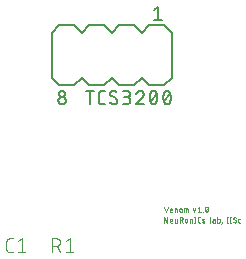
<source format=gbr>
G04 EAGLE Gerber X2 export*
%TF.Part,Single*%
%TF.FileFunction,Legend,Top,1*%
%TF.FilePolarity,Positive*%
%TF.GenerationSoftware,Autodesk,EAGLE,9.1.2*%
%TF.CreationDate,2020-01-29T09:53:54Z*%
G75*
%MOMM*%
%FSLAX34Y34*%
%LPD*%
%AMOC8*
5,1,8,0,0,1.08239X$1,22.5*%
G01*
%ADD10C,0.050800*%
%ADD11C,0.101600*%
%ADD12C,0.152400*%
%ADD13C,0.127000*%


D10*
X175514Y82216D02*
X177011Y77724D01*
X178509Y82216D01*
X180962Y77724D02*
X182210Y77724D01*
X180962Y77724D02*
X180909Y77726D01*
X180855Y77732D01*
X180803Y77741D01*
X180751Y77754D01*
X180700Y77771D01*
X180651Y77792D01*
X180603Y77816D01*
X180557Y77843D01*
X180513Y77873D01*
X180472Y77907D01*
X180432Y77943D01*
X180396Y77983D01*
X180362Y78024D01*
X180332Y78068D01*
X180305Y78114D01*
X180281Y78162D01*
X180260Y78211D01*
X180243Y78262D01*
X180230Y78314D01*
X180221Y78366D01*
X180215Y78420D01*
X180213Y78473D01*
X180213Y79720D01*
X180215Y79781D01*
X180221Y79843D01*
X180230Y79903D01*
X180243Y79963D01*
X180260Y80023D01*
X180280Y80081D01*
X180304Y80137D01*
X180332Y80192D01*
X180362Y80245D01*
X180396Y80297D01*
X180433Y80346D01*
X180473Y80392D01*
X180516Y80436D01*
X180562Y80478D01*
X180610Y80516D01*
X180660Y80552D01*
X180712Y80584D01*
X180766Y80613D01*
X180822Y80639D01*
X180879Y80661D01*
X180938Y80680D01*
X180997Y80695D01*
X181058Y80706D01*
X181119Y80714D01*
X181180Y80718D01*
X181242Y80718D01*
X181303Y80714D01*
X181364Y80706D01*
X181425Y80695D01*
X181484Y80680D01*
X181543Y80661D01*
X181600Y80639D01*
X181656Y80613D01*
X181710Y80584D01*
X181762Y80552D01*
X181812Y80516D01*
X181860Y80478D01*
X181906Y80436D01*
X181949Y80392D01*
X181989Y80346D01*
X182026Y80297D01*
X182060Y80245D01*
X182090Y80192D01*
X182118Y80137D01*
X182142Y80081D01*
X182162Y80023D01*
X182179Y79963D01*
X182192Y79903D01*
X182201Y79843D01*
X182207Y79781D01*
X182209Y79720D01*
X182210Y79720D02*
X182210Y79221D01*
X180213Y79221D01*
X184263Y77724D02*
X184263Y80719D01*
X185511Y80719D01*
X185564Y80717D01*
X185618Y80711D01*
X185670Y80702D01*
X185722Y80689D01*
X185773Y80672D01*
X185822Y80651D01*
X185870Y80627D01*
X185916Y80600D01*
X185960Y80570D01*
X186001Y80536D01*
X186041Y80500D01*
X186077Y80461D01*
X186111Y80419D01*
X186141Y80375D01*
X186168Y80329D01*
X186192Y80281D01*
X186213Y80232D01*
X186230Y80181D01*
X186243Y80129D01*
X186252Y80077D01*
X186258Y80023D01*
X186260Y79970D01*
X186260Y77724D01*
X188313Y78722D02*
X188313Y79720D01*
X188315Y79781D01*
X188321Y79843D01*
X188330Y79903D01*
X188343Y79963D01*
X188360Y80023D01*
X188380Y80081D01*
X188404Y80137D01*
X188432Y80192D01*
X188462Y80245D01*
X188496Y80297D01*
X188533Y80346D01*
X188573Y80392D01*
X188616Y80436D01*
X188662Y80478D01*
X188710Y80516D01*
X188760Y80552D01*
X188812Y80584D01*
X188866Y80613D01*
X188922Y80639D01*
X188979Y80661D01*
X189038Y80680D01*
X189097Y80695D01*
X189158Y80706D01*
X189219Y80714D01*
X189280Y80718D01*
X189342Y80718D01*
X189403Y80714D01*
X189464Y80706D01*
X189525Y80695D01*
X189584Y80680D01*
X189643Y80661D01*
X189700Y80639D01*
X189756Y80613D01*
X189810Y80584D01*
X189862Y80552D01*
X189912Y80516D01*
X189960Y80478D01*
X190006Y80436D01*
X190049Y80392D01*
X190089Y80346D01*
X190126Y80297D01*
X190160Y80245D01*
X190190Y80192D01*
X190218Y80137D01*
X190242Y80081D01*
X190262Y80023D01*
X190279Y79963D01*
X190292Y79903D01*
X190301Y79843D01*
X190307Y79781D01*
X190309Y79720D01*
X190310Y79720D02*
X190310Y78722D01*
X190309Y78722D02*
X190307Y78661D01*
X190301Y78599D01*
X190292Y78539D01*
X190279Y78479D01*
X190262Y78419D01*
X190242Y78361D01*
X190218Y78305D01*
X190190Y78250D01*
X190160Y78197D01*
X190126Y78145D01*
X190089Y78096D01*
X190049Y78050D01*
X190006Y78006D01*
X189960Y77964D01*
X189912Y77926D01*
X189862Y77890D01*
X189810Y77858D01*
X189756Y77829D01*
X189700Y77803D01*
X189643Y77781D01*
X189584Y77762D01*
X189525Y77747D01*
X189464Y77736D01*
X189403Y77728D01*
X189342Y77724D01*
X189280Y77724D01*
X189219Y77728D01*
X189158Y77736D01*
X189097Y77747D01*
X189038Y77762D01*
X188979Y77781D01*
X188922Y77803D01*
X188866Y77829D01*
X188812Y77858D01*
X188760Y77890D01*
X188710Y77926D01*
X188662Y77964D01*
X188616Y78006D01*
X188573Y78050D01*
X188533Y78096D01*
X188496Y78145D01*
X188462Y78197D01*
X188432Y78250D01*
X188404Y78305D01*
X188380Y78361D01*
X188360Y78419D01*
X188343Y78479D01*
X188330Y78539D01*
X188321Y78599D01*
X188315Y78661D01*
X188313Y78722D01*
X192464Y77724D02*
X192464Y80719D01*
X194710Y80719D01*
X194763Y80717D01*
X194817Y80711D01*
X194869Y80702D01*
X194921Y80689D01*
X194972Y80672D01*
X195021Y80651D01*
X195069Y80627D01*
X195115Y80600D01*
X195159Y80570D01*
X195200Y80536D01*
X195240Y80500D01*
X195276Y80460D01*
X195310Y80419D01*
X195340Y80375D01*
X195367Y80329D01*
X195391Y80281D01*
X195412Y80232D01*
X195429Y80181D01*
X195442Y80129D01*
X195451Y80077D01*
X195457Y80023D01*
X195459Y79970D01*
X195459Y77724D01*
X193961Y77724D02*
X193961Y80719D01*
X199863Y80719D02*
X200861Y77724D01*
X201860Y80719D01*
X203664Y81218D02*
X204911Y82216D01*
X204911Y77724D01*
X203664Y77724D02*
X206159Y77724D01*
X207936Y77724D02*
X207936Y77974D01*
X208186Y77974D01*
X208186Y77724D01*
X207936Y77724D01*
X209963Y79970D02*
X209965Y80090D01*
X209971Y80210D01*
X209980Y80329D01*
X209994Y80448D01*
X210011Y80567D01*
X210033Y80685D01*
X210058Y80802D01*
X210087Y80919D01*
X210119Y81034D01*
X210156Y81149D01*
X210196Y81262D01*
X210239Y81373D01*
X210287Y81484D01*
X210337Y81592D01*
X210338Y81592D02*
X210359Y81649D01*
X210384Y81703D01*
X210413Y81757D01*
X210445Y81808D01*
X210480Y81857D01*
X210518Y81903D01*
X210560Y81947D01*
X210604Y81988D01*
X210650Y82026D01*
X210699Y82061D01*
X210751Y82093D01*
X210804Y82121D01*
X210859Y82146D01*
X210915Y82167D01*
X210973Y82185D01*
X211031Y82198D01*
X211091Y82208D01*
X211151Y82214D01*
X211211Y82216D01*
X211271Y82214D01*
X211331Y82208D01*
X211391Y82198D01*
X211449Y82185D01*
X211507Y82167D01*
X211563Y82146D01*
X211618Y82121D01*
X211671Y82093D01*
X211723Y82061D01*
X211772Y82026D01*
X211818Y81988D01*
X211862Y81947D01*
X211904Y81903D01*
X211942Y81857D01*
X211977Y81808D01*
X212009Y81757D01*
X212038Y81703D01*
X212063Y81649D01*
X212084Y81592D01*
X212085Y81592D02*
X212135Y81484D01*
X212183Y81373D01*
X212226Y81262D01*
X212266Y81149D01*
X212303Y81034D01*
X212335Y80919D01*
X212364Y80802D01*
X212389Y80685D01*
X212411Y80567D01*
X212428Y80448D01*
X212442Y80329D01*
X212451Y80210D01*
X212457Y80090D01*
X212459Y79970D01*
X209963Y79970D02*
X209965Y79850D01*
X209971Y79730D01*
X209980Y79611D01*
X209994Y79492D01*
X210011Y79373D01*
X210033Y79255D01*
X210058Y79138D01*
X210087Y79021D01*
X210119Y78906D01*
X210156Y78792D01*
X210196Y78678D01*
X210239Y78567D01*
X210287Y78457D01*
X210337Y78348D01*
X210338Y78348D02*
X210359Y78291D01*
X210384Y78237D01*
X210413Y78183D01*
X210445Y78132D01*
X210480Y78083D01*
X210518Y78037D01*
X210560Y77993D01*
X210604Y77952D01*
X210650Y77914D01*
X210699Y77879D01*
X210751Y77847D01*
X210804Y77819D01*
X210859Y77794D01*
X210915Y77773D01*
X210973Y77755D01*
X211031Y77742D01*
X211091Y77732D01*
X211151Y77726D01*
X211211Y77724D01*
X212085Y78348D02*
X212135Y78457D01*
X212183Y78567D01*
X212226Y78678D01*
X212266Y78792D01*
X212303Y78906D01*
X212335Y79021D01*
X212364Y79138D01*
X212389Y79255D01*
X212411Y79373D01*
X212428Y79492D01*
X212442Y79611D01*
X212451Y79730D01*
X212457Y79850D01*
X212459Y79970D01*
X212084Y78348D02*
X212063Y78291D01*
X212038Y78236D01*
X212009Y78183D01*
X211977Y78132D01*
X211942Y78083D01*
X211904Y78037D01*
X211862Y77993D01*
X211818Y77952D01*
X211772Y77914D01*
X211723Y77879D01*
X211671Y77847D01*
X211618Y77819D01*
X211563Y77794D01*
X211507Y77773D01*
X211449Y77755D01*
X211391Y77742D01*
X211331Y77732D01*
X211271Y77726D01*
X211211Y77724D01*
X210213Y78722D02*
X212209Y81218D01*
X175514Y73326D02*
X175514Y68834D01*
X178010Y68834D02*
X175514Y73326D01*
X178010Y73326D02*
X178010Y68834D01*
X180862Y68834D02*
X182110Y68834D01*
X180862Y68834D02*
X180809Y68836D01*
X180755Y68842D01*
X180703Y68851D01*
X180651Y68864D01*
X180600Y68881D01*
X180551Y68902D01*
X180503Y68926D01*
X180457Y68953D01*
X180413Y68983D01*
X180372Y69017D01*
X180332Y69053D01*
X180296Y69093D01*
X180262Y69134D01*
X180232Y69178D01*
X180205Y69224D01*
X180181Y69272D01*
X180160Y69321D01*
X180143Y69372D01*
X180130Y69424D01*
X180121Y69476D01*
X180115Y69530D01*
X180113Y69583D01*
X180114Y69583D02*
X180114Y70830D01*
X180116Y70891D01*
X180122Y70953D01*
X180131Y71013D01*
X180144Y71073D01*
X180161Y71133D01*
X180181Y71191D01*
X180205Y71247D01*
X180233Y71302D01*
X180263Y71355D01*
X180297Y71407D01*
X180334Y71456D01*
X180374Y71502D01*
X180417Y71546D01*
X180463Y71588D01*
X180511Y71626D01*
X180561Y71662D01*
X180613Y71694D01*
X180667Y71723D01*
X180723Y71749D01*
X180780Y71771D01*
X180839Y71790D01*
X180898Y71805D01*
X180959Y71816D01*
X181020Y71824D01*
X181081Y71828D01*
X181143Y71828D01*
X181204Y71824D01*
X181265Y71816D01*
X181326Y71805D01*
X181385Y71790D01*
X181444Y71771D01*
X181501Y71749D01*
X181557Y71723D01*
X181611Y71694D01*
X181663Y71662D01*
X181713Y71626D01*
X181761Y71588D01*
X181807Y71546D01*
X181850Y71502D01*
X181890Y71456D01*
X181927Y71407D01*
X181961Y71355D01*
X181991Y71302D01*
X182019Y71247D01*
X182043Y71191D01*
X182063Y71133D01*
X182080Y71073D01*
X182093Y71013D01*
X182102Y70953D01*
X182108Y70891D01*
X182110Y70830D01*
X182110Y70331D01*
X180114Y70331D01*
X184164Y69583D02*
X184164Y71829D01*
X184163Y69583D02*
X184165Y69530D01*
X184171Y69476D01*
X184180Y69424D01*
X184193Y69372D01*
X184210Y69321D01*
X184231Y69272D01*
X184255Y69224D01*
X184282Y69178D01*
X184312Y69134D01*
X184346Y69093D01*
X184382Y69053D01*
X184422Y69017D01*
X184463Y68983D01*
X184507Y68953D01*
X184553Y68926D01*
X184601Y68902D01*
X184650Y68881D01*
X184701Y68864D01*
X184753Y68851D01*
X184805Y68842D01*
X184859Y68836D01*
X184912Y68834D01*
X186160Y68834D01*
X186160Y71829D01*
X188447Y73326D02*
X188447Y68834D01*
X188447Y73326D02*
X189695Y73326D01*
X189764Y73324D01*
X189832Y73318D01*
X189900Y73309D01*
X189968Y73296D01*
X190035Y73279D01*
X190100Y73258D01*
X190165Y73234D01*
X190228Y73207D01*
X190289Y73176D01*
X190349Y73141D01*
X190406Y73104D01*
X190462Y73063D01*
X190515Y73019D01*
X190565Y72973D01*
X190613Y72923D01*
X190658Y72871D01*
X190701Y72817D01*
X190740Y72761D01*
X190776Y72702D01*
X190809Y72642D01*
X190838Y72579D01*
X190864Y72516D01*
X190886Y72451D01*
X190905Y72384D01*
X190920Y72317D01*
X190931Y72249D01*
X190939Y72181D01*
X190943Y72112D01*
X190943Y72044D01*
X190939Y71975D01*
X190931Y71907D01*
X190920Y71839D01*
X190905Y71772D01*
X190886Y71705D01*
X190864Y71640D01*
X190838Y71577D01*
X190809Y71514D01*
X190776Y71454D01*
X190740Y71395D01*
X190701Y71339D01*
X190658Y71285D01*
X190613Y71233D01*
X190565Y71183D01*
X190515Y71137D01*
X190462Y71093D01*
X190406Y71052D01*
X190349Y71015D01*
X190289Y70980D01*
X190228Y70949D01*
X190165Y70922D01*
X190100Y70898D01*
X190035Y70877D01*
X189968Y70860D01*
X189900Y70847D01*
X189832Y70838D01*
X189764Y70832D01*
X189695Y70830D01*
X188447Y70830D01*
X189944Y70830D02*
X190942Y68834D01*
X192864Y69832D02*
X192864Y70830D01*
X192866Y70891D01*
X192872Y70953D01*
X192881Y71013D01*
X192894Y71073D01*
X192911Y71133D01*
X192931Y71191D01*
X192955Y71247D01*
X192983Y71302D01*
X193013Y71355D01*
X193047Y71407D01*
X193084Y71456D01*
X193124Y71502D01*
X193167Y71546D01*
X193213Y71588D01*
X193261Y71626D01*
X193311Y71662D01*
X193363Y71694D01*
X193417Y71723D01*
X193473Y71749D01*
X193530Y71771D01*
X193589Y71790D01*
X193648Y71805D01*
X193709Y71816D01*
X193770Y71824D01*
X193831Y71828D01*
X193893Y71828D01*
X193954Y71824D01*
X194015Y71816D01*
X194076Y71805D01*
X194135Y71790D01*
X194194Y71771D01*
X194251Y71749D01*
X194307Y71723D01*
X194361Y71694D01*
X194413Y71662D01*
X194463Y71626D01*
X194511Y71588D01*
X194557Y71546D01*
X194600Y71502D01*
X194640Y71456D01*
X194677Y71407D01*
X194711Y71355D01*
X194741Y71302D01*
X194769Y71247D01*
X194793Y71191D01*
X194813Y71133D01*
X194830Y71073D01*
X194843Y71013D01*
X194852Y70953D01*
X194858Y70891D01*
X194860Y70830D01*
X194860Y69832D01*
X194858Y69771D01*
X194852Y69709D01*
X194843Y69649D01*
X194830Y69589D01*
X194813Y69529D01*
X194793Y69471D01*
X194769Y69415D01*
X194741Y69360D01*
X194711Y69307D01*
X194677Y69255D01*
X194640Y69206D01*
X194600Y69160D01*
X194557Y69116D01*
X194511Y69074D01*
X194463Y69036D01*
X194413Y69000D01*
X194361Y68968D01*
X194307Y68939D01*
X194251Y68913D01*
X194194Y68891D01*
X194135Y68872D01*
X194076Y68857D01*
X194015Y68846D01*
X193954Y68838D01*
X193893Y68834D01*
X193831Y68834D01*
X193770Y68838D01*
X193709Y68846D01*
X193648Y68857D01*
X193589Y68872D01*
X193530Y68891D01*
X193473Y68913D01*
X193417Y68939D01*
X193363Y68968D01*
X193311Y69000D01*
X193261Y69036D01*
X193213Y69074D01*
X193167Y69116D01*
X193124Y69160D01*
X193084Y69206D01*
X193047Y69255D01*
X193013Y69307D01*
X192983Y69360D01*
X192955Y69415D01*
X192931Y69471D01*
X192911Y69529D01*
X192894Y69589D01*
X192881Y69649D01*
X192872Y69709D01*
X192866Y69771D01*
X192864Y69832D01*
X196914Y68834D02*
X196914Y71829D01*
X198161Y71829D01*
X198214Y71827D01*
X198268Y71821D01*
X198320Y71812D01*
X198372Y71799D01*
X198423Y71782D01*
X198472Y71761D01*
X198520Y71737D01*
X198566Y71710D01*
X198610Y71680D01*
X198651Y71646D01*
X198691Y71610D01*
X198727Y71571D01*
X198761Y71529D01*
X198791Y71485D01*
X198818Y71439D01*
X198842Y71391D01*
X198863Y71342D01*
X198880Y71291D01*
X198893Y71239D01*
X198902Y71187D01*
X198908Y71133D01*
X198910Y71080D01*
X198910Y68834D01*
X201362Y68834D02*
X201362Y73326D01*
X200863Y68834D02*
X201861Y68834D01*
X201861Y73326D02*
X200863Y73326D01*
X204697Y68834D02*
X205696Y68834D01*
X204697Y68834D02*
X204637Y68836D01*
X204577Y68841D01*
X204517Y68850D01*
X204458Y68863D01*
X204400Y68879D01*
X204343Y68899D01*
X204287Y68922D01*
X204233Y68948D01*
X204181Y68978D01*
X204130Y69011D01*
X204082Y69046D01*
X204035Y69085D01*
X203991Y69126D01*
X203950Y69170D01*
X203911Y69217D01*
X203876Y69265D01*
X203843Y69316D01*
X203813Y69368D01*
X203787Y69422D01*
X203764Y69478D01*
X203744Y69535D01*
X203728Y69593D01*
X203715Y69652D01*
X203706Y69712D01*
X203701Y69772D01*
X203699Y69832D01*
X203699Y72328D01*
X203701Y72391D01*
X203707Y72453D01*
X203717Y72515D01*
X203730Y72576D01*
X203748Y72636D01*
X203769Y72695D01*
X203794Y72753D01*
X203822Y72809D01*
X203854Y72863D01*
X203890Y72915D01*
X203928Y72964D01*
X203969Y73011D01*
X204014Y73055D01*
X204061Y73097D01*
X204110Y73135D01*
X204162Y73171D01*
X204216Y73203D01*
X204272Y73231D01*
X204330Y73256D01*
X204389Y73277D01*
X204449Y73295D01*
X204510Y73308D01*
X204572Y73318D01*
X204634Y73324D01*
X204697Y73326D01*
X205696Y73326D01*
X207788Y70581D02*
X209036Y70082D01*
X207788Y70581D02*
X207742Y70602D01*
X207698Y70625D01*
X207656Y70652D01*
X207617Y70683D01*
X207579Y70716D01*
X207545Y70752D01*
X207513Y70790D01*
X207485Y70831D01*
X207459Y70874D01*
X207437Y70919D01*
X207419Y70965D01*
X207404Y71012D01*
X207392Y71061D01*
X207385Y71110D01*
X207381Y71160D01*
X207382Y71210D01*
X207386Y71260D01*
X207394Y71309D01*
X207405Y71357D01*
X207421Y71405D01*
X207440Y71451D01*
X207462Y71495D01*
X207488Y71538D01*
X207517Y71579D01*
X207549Y71617D01*
X207584Y71652D01*
X207621Y71685D01*
X207661Y71715D01*
X207704Y71742D01*
X207748Y71765D01*
X207793Y71785D01*
X207840Y71801D01*
X207889Y71814D01*
X207938Y71823D01*
X207987Y71828D01*
X208037Y71829D01*
X208143Y71825D01*
X208248Y71818D01*
X208352Y71807D01*
X208457Y71791D01*
X208560Y71772D01*
X208663Y71750D01*
X208765Y71723D01*
X208866Y71693D01*
X208965Y71658D01*
X209064Y71621D01*
X209160Y71579D01*
X209035Y70082D02*
X209081Y70061D01*
X209125Y70038D01*
X209167Y70011D01*
X209206Y69980D01*
X209244Y69947D01*
X209278Y69911D01*
X209310Y69873D01*
X209338Y69832D01*
X209364Y69789D01*
X209386Y69744D01*
X209404Y69698D01*
X209419Y69651D01*
X209431Y69602D01*
X209438Y69553D01*
X209442Y69503D01*
X209441Y69453D01*
X209437Y69403D01*
X209429Y69354D01*
X209418Y69306D01*
X209402Y69258D01*
X209383Y69212D01*
X209361Y69168D01*
X209335Y69125D01*
X209306Y69084D01*
X209274Y69046D01*
X209239Y69011D01*
X209202Y68978D01*
X209162Y68948D01*
X209119Y68921D01*
X209075Y68898D01*
X209030Y68878D01*
X208983Y68862D01*
X208934Y68849D01*
X208885Y68840D01*
X208836Y68835D01*
X208786Y68834D01*
X208785Y68834D02*
X208658Y68838D01*
X208531Y68846D01*
X208404Y68857D01*
X208278Y68872D01*
X208152Y68891D01*
X208026Y68914D01*
X207902Y68941D01*
X207778Y68971D01*
X207655Y69005D01*
X207533Y69043D01*
X207413Y69084D01*
X213760Y69583D02*
X213760Y73326D01*
X213760Y69583D02*
X213762Y69530D01*
X213768Y69476D01*
X213777Y69424D01*
X213790Y69372D01*
X213807Y69321D01*
X213828Y69272D01*
X213852Y69224D01*
X213879Y69178D01*
X213909Y69134D01*
X213943Y69093D01*
X213979Y69053D01*
X214019Y69017D01*
X214060Y68983D01*
X214104Y68953D01*
X214150Y68926D01*
X214198Y68902D01*
X214247Y68881D01*
X214298Y68864D01*
X214350Y68851D01*
X214402Y68842D01*
X214456Y68836D01*
X214509Y68834D01*
X216961Y70581D02*
X218084Y70581D01*
X216961Y70580D02*
X216903Y70578D01*
X216845Y70572D01*
X216787Y70563D01*
X216730Y70549D01*
X216675Y70532D01*
X216620Y70511D01*
X216567Y70486D01*
X216516Y70458D01*
X216467Y70427D01*
X216420Y70392D01*
X216375Y70354D01*
X216333Y70314D01*
X216294Y70271D01*
X216258Y70225D01*
X216225Y70177D01*
X216195Y70127D01*
X216169Y70074D01*
X216146Y70021D01*
X216127Y69966D01*
X216112Y69909D01*
X216100Y69852D01*
X216092Y69794D01*
X216088Y69736D01*
X216088Y69678D01*
X216092Y69620D01*
X216100Y69562D01*
X216112Y69505D01*
X216127Y69448D01*
X216146Y69393D01*
X216169Y69340D01*
X216195Y69287D01*
X216225Y69237D01*
X216258Y69189D01*
X216294Y69143D01*
X216333Y69100D01*
X216375Y69060D01*
X216420Y69022D01*
X216467Y68987D01*
X216516Y68956D01*
X216567Y68928D01*
X216620Y68903D01*
X216675Y68882D01*
X216730Y68865D01*
X216787Y68851D01*
X216845Y68842D01*
X216903Y68836D01*
X216961Y68834D01*
X218084Y68834D01*
X218084Y71080D01*
X218082Y71133D01*
X218076Y71187D01*
X218067Y71239D01*
X218054Y71291D01*
X218037Y71342D01*
X218016Y71391D01*
X217992Y71439D01*
X217965Y71485D01*
X217935Y71529D01*
X217901Y71571D01*
X217865Y71610D01*
X217825Y71646D01*
X217784Y71680D01*
X217740Y71710D01*
X217694Y71737D01*
X217646Y71761D01*
X217597Y71782D01*
X217546Y71799D01*
X217494Y71812D01*
X217442Y71821D01*
X217388Y71827D01*
X217335Y71829D01*
X216337Y71829D01*
X220340Y73326D02*
X220340Y68834D01*
X221587Y68834D01*
X221640Y68836D01*
X221694Y68842D01*
X221746Y68851D01*
X221798Y68864D01*
X221849Y68881D01*
X221898Y68902D01*
X221946Y68926D01*
X221992Y68953D01*
X222036Y68983D01*
X222077Y69017D01*
X222117Y69053D01*
X222153Y69092D01*
X222187Y69134D01*
X222217Y69178D01*
X222244Y69224D01*
X222268Y69272D01*
X222289Y69321D01*
X222306Y69372D01*
X222319Y69424D01*
X222328Y69476D01*
X222334Y69530D01*
X222336Y69583D01*
X222336Y71080D01*
X222334Y71133D01*
X222328Y71187D01*
X222319Y71239D01*
X222306Y71291D01*
X222289Y71342D01*
X222268Y71391D01*
X222244Y71439D01*
X222217Y71485D01*
X222187Y71529D01*
X222153Y71571D01*
X222117Y71610D01*
X222077Y71646D01*
X222036Y71680D01*
X221992Y71710D01*
X221946Y71737D01*
X221898Y71761D01*
X221849Y71782D01*
X221798Y71799D01*
X221746Y71812D01*
X221694Y71821D01*
X221640Y71827D01*
X221587Y71829D01*
X220340Y71829D01*
X224017Y68834D02*
X224267Y68834D01*
X224017Y68834D02*
X224017Y69084D01*
X224267Y69084D01*
X224267Y68834D01*
X223893Y67836D01*
X228812Y68834D02*
X228812Y73326D01*
X228312Y68834D02*
X229311Y68834D01*
X229311Y73326D02*
X228312Y73326D01*
X231511Y73326D02*
X231511Y68834D01*
X231012Y68834D02*
X232011Y68834D01*
X232011Y73326D02*
X231012Y73326D01*
X235211Y68834D02*
X235274Y68836D01*
X235336Y68842D01*
X235398Y68852D01*
X235459Y68865D01*
X235519Y68883D01*
X235578Y68904D01*
X235636Y68929D01*
X235692Y68957D01*
X235746Y68989D01*
X235798Y69025D01*
X235847Y69063D01*
X235894Y69105D01*
X235939Y69149D01*
X235980Y69196D01*
X236018Y69245D01*
X236054Y69297D01*
X236086Y69351D01*
X236114Y69407D01*
X236139Y69465D01*
X236160Y69524D01*
X236178Y69584D01*
X236191Y69645D01*
X236201Y69707D01*
X236207Y69769D01*
X236209Y69832D01*
X235211Y68834D02*
X235123Y68836D01*
X235036Y68841D01*
X234949Y68850D01*
X234862Y68863D01*
X234776Y68879D01*
X234691Y68899D01*
X234606Y68923D01*
X234523Y68949D01*
X234440Y68980D01*
X234360Y69014D01*
X234280Y69051D01*
X234202Y69091D01*
X234126Y69134D01*
X234052Y69181D01*
X233980Y69231D01*
X233910Y69283D01*
X233842Y69339D01*
X233776Y69397D01*
X233713Y69458D01*
X233839Y72328D02*
X233841Y72388D01*
X233846Y72448D01*
X233855Y72508D01*
X233868Y72567D01*
X233884Y72625D01*
X233904Y72682D01*
X233927Y72738D01*
X233953Y72792D01*
X233983Y72844D01*
X234016Y72895D01*
X234051Y72943D01*
X234090Y72990D01*
X234131Y73034D01*
X234175Y73075D01*
X234222Y73114D01*
X234270Y73149D01*
X234321Y73182D01*
X234373Y73212D01*
X234427Y73238D01*
X234483Y73261D01*
X234540Y73281D01*
X234598Y73297D01*
X234657Y73310D01*
X234717Y73319D01*
X234777Y73324D01*
X234837Y73326D01*
X234923Y73324D01*
X235009Y73318D01*
X235094Y73308D01*
X235179Y73294D01*
X235263Y73277D01*
X235347Y73255D01*
X235429Y73230D01*
X235510Y73201D01*
X235590Y73168D01*
X235667Y73132D01*
X235744Y73092D01*
X235818Y73048D01*
X235890Y73002D01*
X235960Y72952D01*
X234337Y71454D02*
X234285Y71487D01*
X234235Y71524D01*
X234187Y71563D01*
X234141Y71605D01*
X234098Y71650D01*
X234058Y71697D01*
X234021Y71746D01*
X233987Y71798D01*
X233957Y71852D01*
X233929Y71908D01*
X233905Y71965D01*
X233885Y72023D01*
X233868Y72083D01*
X233855Y72143D01*
X233846Y72204D01*
X233840Y72266D01*
X233838Y72328D01*
X235710Y70706D02*
X235762Y70673D01*
X235812Y70636D01*
X235860Y70597D01*
X235906Y70555D01*
X235949Y70510D01*
X235989Y70463D01*
X236026Y70414D01*
X236060Y70362D01*
X236090Y70308D01*
X236118Y70252D01*
X236142Y70195D01*
X236162Y70137D01*
X236179Y70077D01*
X236192Y70017D01*
X236201Y69956D01*
X236207Y69894D01*
X236209Y69832D01*
X235710Y70706D02*
X234338Y71454D01*
X238768Y68834D02*
X239766Y68834D01*
X238768Y68834D02*
X238715Y68836D01*
X238661Y68842D01*
X238609Y68851D01*
X238557Y68864D01*
X238506Y68881D01*
X238457Y68902D01*
X238409Y68926D01*
X238363Y68953D01*
X238319Y68983D01*
X238278Y69017D01*
X238238Y69053D01*
X238202Y69093D01*
X238168Y69134D01*
X238138Y69178D01*
X238111Y69224D01*
X238087Y69272D01*
X238066Y69321D01*
X238049Y69372D01*
X238036Y69424D01*
X238027Y69476D01*
X238021Y69530D01*
X238019Y69583D01*
X238019Y71080D01*
X238021Y71133D01*
X238027Y71187D01*
X238036Y71239D01*
X238049Y71291D01*
X238066Y71342D01*
X238087Y71391D01*
X238111Y71439D01*
X238138Y71485D01*
X238168Y71529D01*
X238202Y71571D01*
X238238Y71610D01*
X238278Y71646D01*
X238319Y71680D01*
X238363Y71710D01*
X238409Y71737D01*
X238457Y71761D01*
X238506Y71782D01*
X238557Y71799D01*
X238609Y71812D01*
X238661Y71821D01*
X238715Y71827D01*
X238768Y71829D01*
X239766Y71829D01*
D11*
X47056Y43688D02*
X44459Y43688D01*
X44360Y43690D01*
X44260Y43696D01*
X44161Y43705D01*
X44063Y43718D01*
X43965Y43735D01*
X43867Y43756D01*
X43771Y43781D01*
X43676Y43809D01*
X43582Y43841D01*
X43489Y43876D01*
X43397Y43915D01*
X43307Y43958D01*
X43219Y44003D01*
X43132Y44053D01*
X43048Y44105D01*
X42965Y44161D01*
X42885Y44219D01*
X42807Y44281D01*
X42732Y44346D01*
X42659Y44414D01*
X42589Y44484D01*
X42521Y44557D01*
X42456Y44632D01*
X42394Y44710D01*
X42336Y44790D01*
X42280Y44873D01*
X42228Y44957D01*
X42178Y45044D01*
X42133Y45132D01*
X42090Y45222D01*
X42051Y45314D01*
X42016Y45407D01*
X41984Y45501D01*
X41956Y45596D01*
X41931Y45692D01*
X41910Y45790D01*
X41893Y45888D01*
X41880Y45986D01*
X41871Y46085D01*
X41865Y46185D01*
X41863Y46284D01*
X41863Y52776D01*
X41865Y52875D01*
X41871Y52975D01*
X41880Y53074D01*
X41893Y53172D01*
X41910Y53270D01*
X41931Y53368D01*
X41956Y53464D01*
X41984Y53559D01*
X42016Y53653D01*
X42051Y53746D01*
X42090Y53838D01*
X42133Y53928D01*
X42178Y54016D01*
X42228Y54103D01*
X42280Y54187D01*
X42336Y54270D01*
X42394Y54350D01*
X42456Y54428D01*
X42521Y54503D01*
X42589Y54576D01*
X42659Y54646D01*
X42732Y54714D01*
X42807Y54779D01*
X42885Y54841D01*
X42965Y54899D01*
X43048Y54955D01*
X43132Y55007D01*
X43219Y55057D01*
X43307Y55102D01*
X43397Y55145D01*
X43489Y55184D01*
X43581Y55219D01*
X43676Y55251D01*
X43771Y55279D01*
X43867Y55304D01*
X43965Y55325D01*
X44063Y55342D01*
X44161Y55355D01*
X44260Y55364D01*
X44360Y55370D01*
X44459Y55372D01*
X47056Y55372D01*
X51421Y52776D02*
X54666Y55372D01*
X54666Y43688D01*
X51421Y43688D02*
X57912Y43688D01*
D12*
X162560Y184997D02*
X175260Y184997D01*
X162560Y184997D02*
X156210Y191347D01*
X149860Y184997D01*
X137160Y184997D01*
X130810Y191347D01*
X175260Y184997D02*
X181610Y191347D01*
X130810Y191347D02*
X124460Y184997D01*
X111760Y184997D01*
X105410Y191347D01*
X99060Y184997D02*
X86360Y184997D01*
X99060Y184997D02*
X105410Y191347D01*
X86360Y184997D02*
X80010Y191347D01*
X80010Y229447D01*
X156210Y229447D02*
X162560Y235797D01*
X137160Y235797D02*
X130810Y229447D01*
X137160Y235797D02*
X149860Y235797D01*
X156210Y229447D01*
X181610Y229447D02*
X181610Y191347D01*
X181610Y229447D02*
X175260Y235797D01*
X162560Y235797D01*
X111760Y235797D02*
X105410Y229447D01*
X111760Y235797D02*
X124460Y235797D01*
X130810Y229447D01*
X105410Y229447D02*
X99060Y235797D01*
X86360Y235797D01*
X80010Y229447D01*
D13*
X167005Y249132D02*
X170180Y251672D01*
X170180Y240242D01*
X167005Y240242D02*
X173355Y240242D01*
X112649Y180552D02*
X112649Y169122D01*
X109474Y180552D02*
X115824Y180552D01*
X122645Y169122D02*
X125185Y169122D01*
X122645Y169122D02*
X122545Y169124D01*
X122446Y169130D01*
X122346Y169140D01*
X122248Y169153D01*
X122149Y169171D01*
X122052Y169192D01*
X121956Y169217D01*
X121860Y169246D01*
X121766Y169279D01*
X121673Y169315D01*
X121582Y169355D01*
X121492Y169399D01*
X121404Y169446D01*
X121318Y169496D01*
X121234Y169550D01*
X121152Y169607D01*
X121073Y169667D01*
X120995Y169731D01*
X120921Y169797D01*
X120849Y169866D01*
X120780Y169938D01*
X120714Y170012D01*
X120650Y170090D01*
X120590Y170169D01*
X120533Y170251D01*
X120479Y170335D01*
X120429Y170421D01*
X120382Y170509D01*
X120338Y170599D01*
X120298Y170690D01*
X120262Y170783D01*
X120229Y170877D01*
X120200Y170973D01*
X120175Y171069D01*
X120154Y171166D01*
X120136Y171265D01*
X120123Y171363D01*
X120113Y171463D01*
X120107Y171562D01*
X120105Y171662D01*
X120105Y178012D01*
X120107Y178112D01*
X120113Y178211D01*
X120123Y178311D01*
X120136Y178409D01*
X120154Y178508D01*
X120175Y178605D01*
X120200Y178701D01*
X120229Y178797D01*
X120262Y178891D01*
X120298Y178984D01*
X120338Y179075D01*
X120382Y179165D01*
X120429Y179253D01*
X120479Y179339D01*
X120533Y179423D01*
X120590Y179505D01*
X120650Y179584D01*
X120714Y179662D01*
X120780Y179736D01*
X120849Y179808D01*
X120921Y179877D01*
X120995Y179943D01*
X121073Y180007D01*
X121152Y180067D01*
X121234Y180124D01*
X121318Y180178D01*
X121404Y180228D01*
X121492Y180275D01*
X121582Y180319D01*
X121673Y180359D01*
X121766Y180395D01*
X121860Y180428D01*
X121956Y180457D01*
X122052Y180482D01*
X122149Y180503D01*
X122248Y180521D01*
X122346Y180534D01*
X122446Y180544D01*
X122545Y180550D01*
X122645Y180552D01*
X125185Y180552D01*
X135636Y171662D02*
X135634Y171562D01*
X135628Y171463D01*
X135618Y171363D01*
X135605Y171265D01*
X135587Y171166D01*
X135566Y171069D01*
X135541Y170973D01*
X135512Y170877D01*
X135479Y170783D01*
X135443Y170690D01*
X135403Y170599D01*
X135359Y170509D01*
X135312Y170421D01*
X135262Y170335D01*
X135208Y170251D01*
X135151Y170169D01*
X135091Y170090D01*
X135027Y170012D01*
X134961Y169938D01*
X134892Y169866D01*
X134820Y169797D01*
X134746Y169731D01*
X134668Y169667D01*
X134589Y169607D01*
X134507Y169550D01*
X134423Y169496D01*
X134337Y169446D01*
X134249Y169399D01*
X134159Y169355D01*
X134068Y169315D01*
X133975Y169279D01*
X133881Y169246D01*
X133785Y169217D01*
X133689Y169192D01*
X133592Y169171D01*
X133493Y169153D01*
X133395Y169140D01*
X133295Y169130D01*
X133196Y169124D01*
X133096Y169122D01*
X132955Y169124D01*
X132814Y169129D01*
X132673Y169139D01*
X132532Y169152D01*
X132392Y169168D01*
X132252Y169189D01*
X132113Y169213D01*
X131974Y169241D01*
X131837Y169272D01*
X131700Y169307D01*
X131564Y169345D01*
X131429Y169387D01*
X131296Y169433D01*
X131163Y169482D01*
X131032Y169535D01*
X130903Y169591D01*
X130774Y169650D01*
X130648Y169713D01*
X130523Y169779D01*
X130400Y169848D01*
X130279Y169921D01*
X130160Y169997D01*
X130042Y170076D01*
X129927Y170157D01*
X129815Y170242D01*
X129704Y170330D01*
X129596Y170421D01*
X129490Y170514D01*
X129387Y170611D01*
X129286Y170710D01*
X129604Y178012D02*
X129606Y178112D01*
X129612Y178211D01*
X129622Y178311D01*
X129635Y178409D01*
X129653Y178508D01*
X129674Y178605D01*
X129699Y178701D01*
X129728Y178797D01*
X129761Y178891D01*
X129797Y178984D01*
X129837Y179075D01*
X129881Y179165D01*
X129928Y179253D01*
X129978Y179339D01*
X130032Y179423D01*
X130089Y179505D01*
X130149Y179584D01*
X130213Y179662D01*
X130279Y179736D01*
X130348Y179808D01*
X130420Y179877D01*
X130494Y179943D01*
X130572Y180007D01*
X130651Y180067D01*
X130733Y180124D01*
X130817Y180178D01*
X130903Y180228D01*
X130991Y180275D01*
X131081Y180319D01*
X131172Y180359D01*
X131265Y180395D01*
X131359Y180428D01*
X131455Y180457D01*
X131551Y180482D01*
X131648Y180503D01*
X131747Y180521D01*
X131845Y180534D01*
X131945Y180544D01*
X132044Y180550D01*
X132144Y180552D01*
X132277Y180550D01*
X132410Y180545D01*
X132543Y180535D01*
X132676Y180522D01*
X132808Y180505D01*
X132940Y180485D01*
X133071Y180461D01*
X133201Y180433D01*
X133331Y180402D01*
X133459Y180367D01*
X133587Y180328D01*
X133713Y180286D01*
X133838Y180240D01*
X133962Y180191D01*
X134085Y180139D01*
X134206Y180083D01*
X134325Y180023D01*
X134443Y179961D01*
X134558Y179895D01*
X134672Y179826D01*
X134784Y179753D01*
X134894Y179678D01*
X135002Y179599D01*
X130873Y175789D02*
X130789Y175841D01*
X130706Y175896D01*
X130626Y175955D01*
X130548Y176016D01*
X130473Y176080D01*
X130400Y176148D01*
X130329Y176218D01*
X130262Y176290D01*
X130197Y176365D01*
X130135Y176443D01*
X130076Y176523D01*
X130020Y176605D01*
X129968Y176689D01*
X129919Y176775D01*
X129873Y176863D01*
X129830Y176953D01*
X129791Y177044D01*
X129756Y177137D01*
X129724Y177231D01*
X129696Y177326D01*
X129671Y177422D01*
X129651Y177519D01*
X129633Y177617D01*
X129620Y177715D01*
X129611Y177814D01*
X129605Y177913D01*
X129603Y178012D01*
X134366Y173885D02*
X134450Y173833D01*
X134533Y173778D01*
X134613Y173719D01*
X134691Y173658D01*
X134766Y173594D01*
X134839Y173526D01*
X134910Y173456D01*
X134977Y173384D01*
X135042Y173309D01*
X135104Y173231D01*
X135163Y173151D01*
X135219Y173069D01*
X135271Y172985D01*
X135320Y172899D01*
X135366Y172811D01*
X135409Y172721D01*
X135448Y172630D01*
X135483Y172537D01*
X135515Y172443D01*
X135543Y172348D01*
X135568Y172252D01*
X135588Y172155D01*
X135606Y172057D01*
X135619Y171959D01*
X135628Y171860D01*
X135634Y171761D01*
X135636Y171662D01*
X134366Y173884D02*
X130874Y175789D01*
X140335Y169122D02*
X143510Y169122D01*
X143621Y169124D01*
X143731Y169130D01*
X143842Y169139D01*
X143952Y169153D01*
X144061Y169170D01*
X144170Y169191D01*
X144278Y169216D01*
X144385Y169245D01*
X144491Y169277D01*
X144596Y169313D01*
X144699Y169353D01*
X144801Y169396D01*
X144902Y169443D01*
X145001Y169494D01*
X145097Y169547D01*
X145192Y169604D01*
X145285Y169665D01*
X145376Y169728D01*
X145465Y169795D01*
X145551Y169865D01*
X145634Y169938D01*
X145716Y170013D01*
X145794Y170091D01*
X145869Y170173D01*
X145942Y170256D01*
X146012Y170342D01*
X146079Y170431D01*
X146142Y170522D01*
X146203Y170615D01*
X146260Y170709D01*
X146313Y170806D01*
X146364Y170905D01*
X146411Y171006D01*
X146454Y171108D01*
X146494Y171211D01*
X146530Y171316D01*
X146562Y171422D01*
X146591Y171529D01*
X146616Y171637D01*
X146637Y171746D01*
X146654Y171855D01*
X146668Y171965D01*
X146677Y172076D01*
X146683Y172186D01*
X146685Y172297D01*
X146683Y172408D01*
X146677Y172518D01*
X146668Y172629D01*
X146654Y172739D01*
X146637Y172848D01*
X146616Y172957D01*
X146591Y173065D01*
X146562Y173172D01*
X146530Y173278D01*
X146494Y173383D01*
X146454Y173486D01*
X146411Y173588D01*
X146364Y173689D01*
X146313Y173788D01*
X146260Y173884D01*
X146203Y173979D01*
X146142Y174072D01*
X146079Y174163D01*
X146012Y174252D01*
X145942Y174338D01*
X145869Y174421D01*
X145794Y174503D01*
X145716Y174581D01*
X145634Y174656D01*
X145551Y174729D01*
X145465Y174799D01*
X145376Y174866D01*
X145285Y174929D01*
X145192Y174990D01*
X145098Y175047D01*
X145001Y175100D01*
X144902Y175151D01*
X144801Y175198D01*
X144699Y175241D01*
X144596Y175281D01*
X144491Y175317D01*
X144385Y175349D01*
X144278Y175378D01*
X144170Y175403D01*
X144061Y175424D01*
X143952Y175441D01*
X143842Y175455D01*
X143731Y175464D01*
X143621Y175470D01*
X143510Y175472D01*
X144145Y180552D02*
X140335Y180552D01*
X144145Y180552D02*
X144245Y180550D01*
X144344Y180544D01*
X144444Y180534D01*
X144542Y180521D01*
X144641Y180503D01*
X144738Y180482D01*
X144834Y180457D01*
X144930Y180428D01*
X145024Y180395D01*
X145117Y180359D01*
X145208Y180319D01*
X145298Y180275D01*
X145386Y180228D01*
X145472Y180178D01*
X145556Y180124D01*
X145638Y180067D01*
X145717Y180007D01*
X145795Y179943D01*
X145869Y179877D01*
X145941Y179808D01*
X146010Y179736D01*
X146076Y179662D01*
X146140Y179584D01*
X146200Y179505D01*
X146257Y179423D01*
X146311Y179339D01*
X146361Y179253D01*
X146408Y179165D01*
X146452Y179075D01*
X146492Y178984D01*
X146528Y178891D01*
X146561Y178797D01*
X146590Y178701D01*
X146615Y178605D01*
X146636Y178508D01*
X146654Y178409D01*
X146667Y178311D01*
X146677Y178211D01*
X146683Y178112D01*
X146685Y178012D01*
X146683Y177912D01*
X146677Y177813D01*
X146667Y177713D01*
X146654Y177615D01*
X146636Y177516D01*
X146615Y177419D01*
X146590Y177323D01*
X146561Y177227D01*
X146528Y177133D01*
X146492Y177040D01*
X146452Y176949D01*
X146408Y176859D01*
X146361Y176771D01*
X146311Y176685D01*
X146257Y176601D01*
X146200Y176519D01*
X146140Y176440D01*
X146076Y176362D01*
X146010Y176288D01*
X145941Y176216D01*
X145869Y176147D01*
X145795Y176081D01*
X145717Y176017D01*
X145638Y175957D01*
X145556Y175900D01*
X145472Y175846D01*
X145386Y175796D01*
X145298Y175749D01*
X145208Y175705D01*
X145117Y175665D01*
X145024Y175629D01*
X144930Y175596D01*
X144834Y175567D01*
X144738Y175542D01*
X144641Y175521D01*
X144542Y175503D01*
X144444Y175490D01*
X144344Y175480D01*
X144245Y175474D01*
X144145Y175472D01*
X141605Y175472D01*
X155258Y180552D02*
X155362Y180550D01*
X155467Y180544D01*
X155571Y180535D01*
X155674Y180522D01*
X155777Y180504D01*
X155879Y180484D01*
X155981Y180459D01*
X156081Y180431D01*
X156181Y180399D01*
X156279Y180363D01*
X156376Y180324D01*
X156471Y180282D01*
X156565Y180236D01*
X156657Y180186D01*
X156747Y180134D01*
X156835Y180078D01*
X156921Y180018D01*
X157005Y179956D01*
X157086Y179891D01*
X157165Y179823D01*
X157242Y179751D01*
X157315Y179678D01*
X157387Y179601D01*
X157455Y179522D01*
X157520Y179441D01*
X157582Y179357D01*
X157642Y179271D01*
X157698Y179183D01*
X157750Y179093D01*
X157800Y179001D01*
X157846Y178907D01*
X157888Y178812D01*
X157927Y178715D01*
X157963Y178617D01*
X157995Y178517D01*
X158023Y178417D01*
X158048Y178315D01*
X158068Y178213D01*
X158086Y178110D01*
X158099Y178007D01*
X158108Y177903D01*
X158114Y177798D01*
X158116Y177694D01*
X155258Y180552D02*
X155140Y180550D01*
X155021Y180544D01*
X154903Y180535D01*
X154786Y180522D01*
X154669Y180504D01*
X154552Y180484D01*
X154436Y180459D01*
X154321Y180431D01*
X154208Y180398D01*
X154095Y180363D01*
X153983Y180323D01*
X153873Y180281D01*
X153764Y180234D01*
X153656Y180184D01*
X153551Y180131D01*
X153447Y180074D01*
X153345Y180014D01*
X153245Y179951D01*
X153147Y179884D01*
X153051Y179815D01*
X152958Y179742D01*
X152867Y179666D01*
X152778Y179588D01*
X152692Y179506D01*
X152609Y179422D01*
X152528Y179336D01*
X152451Y179246D01*
X152376Y179155D01*
X152304Y179061D01*
X152235Y178964D01*
X152170Y178866D01*
X152107Y178765D01*
X152048Y178662D01*
X151992Y178558D01*
X151940Y178452D01*
X151891Y178344D01*
X151846Y178235D01*
X151804Y178124D01*
X151766Y178012D01*
X157163Y175472D02*
X157239Y175547D01*
X157314Y175626D01*
X157385Y175707D01*
X157454Y175791D01*
X157519Y175877D01*
X157581Y175965D01*
X157641Y176055D01*
X157697Y176147D01*
X157750Y176242D01*
X157799Y176338D01*
X157845Y176436D01*
X157888Y176535D01*
X157927Y176636D01*
X157962Y176738D01*
X157994Y176841D01*
X158022Y176945D01*
X158047Y177050D01*
X158068Y177157D01*
X158085Y177263D01*
X158098Y177370D01*
X158107Y177478D01*
X158113Y177586D01*
X158115Y177694D01*
X157163Y175472D02*
X151765Y169122D01*
X158115Y169122D01*
X163195Y174837D02*
X163198Y175062D01*
X163206Y175287D01*
X163219Y175511D01*
X163238Y175735D01*
X163262Y175959D01*
X163291Y176182D01*
X163326Y176404D01*
X163366Y176625D01*
X163412Y176845D01*
X163462Y177064D01*
X163518Y177282D01*
X163579Y177499D01*
X163645Y177714D01*
X163716Y177927D01*
X163793Y178138D01*
X163874Y178348D01*
X163960Y178556D01*
X164051Y178761D01*
X164147Y178964D01*
X164179Y179052D01*
X164215Y179139D01*
X164254Y179225D01*
X164297Y179309D01*
X164343Y179391D01*
X164392Y179471D01*
X164444Y179549D01*
X164500Y179625D01*
X164558Y179699D01*
X164620Y179770D01*
X164684Y179839D01*
X164751Y179905D01*
X164820Y179968D01*
X164892Y180029D01*
X164966Y180087D01*
X165043Y180141D01*
X165121Y180193D01*
X165202Y180241D01*
X165284Y180286D01*
X165369Y180328D01*
X165455Y180366D01*
X165542Y180401D01*
X165630Y180433D01*
X165720Y180460D01*
X165811Y180485D01*
X165903Y180505D01*
X165995Y180522D01*
X166089Y180535D01*
X166182Y180544D01*
X166276Y180550D01*
X166370Y180552D01*
X166464Y180550D01*
X166558Y180544D01*
X166651Y180535D01*
X166745Y180522D01*
X166837Y180505D01*
X166929Y180485D01*
X167020Y180460D01*
X167110Y180433D01*
X167198Y180401D01*
X167285Y180366D01*
X167371Y180328D01*
X167456Y180286D01*
X167538Y180241D01*
X167619Y180193D01*
X167697Y180141D01*
X167774Y180087D01*
X167848Y180029D01*
X167920Y179968D01*
X167989Y179905D01*
X168056Y179839D01*
X168120Y179770D01*
X168182Y179699D01*
X168240Y179625D01*
X168296Y179549D01*
X168348Y179471D01*
X168397Y179391D01*
X168443Y179309D01*
X168486Y179225D01*
X168525Y179139D01*
X168561Y179052D01*
X168593Y178964D01*
X168689Y178761D01*
X168780Y178556D01*
X168866Y178348D01*
X168947Y178138D01*
X169024Y177927D01*
X169095Y177714D01*
X169161Y177499D01*
X169222Y177282D01*
X169278Y177064D01*
X169328Y176845D01*
X169374Y176625D01*
X169414Y176404D01*
X169449Y176182D01*
X169478Y175959D01*
X169502Y175735D01*
X169521Y175511D01*
X169534Y175287D01*
X169542Y175062D01*
X169545Y174837D01*
X163195Y174837D02*
X163198Y174612D01*
X163206Y174387D01*
X163219Y174163D01*
X163238Y173939D01*
X163262Y173715D01*
X163291Y173492D01*
X163326Y173270D01*
X163366Y173049D01*
X163412Y172829D01*
X163462Y172610D01*
X163518Y172392D01*
X163579Y172175D01*
X163645Y171960D01*
X163716Y171747D01*
X163793Y171536D01*
X163874Y171326D01*
X163960Y171118D01*
X164051Y170913D01*
X164147Y170710D01*
X164147Y170709D02*
X164179Y170621D01*
X164215Y170534D01*
X164254Y170448D01*
X164297Y170364D01*
X164343Y170282D01*
X164392Y170202D01*
X164444Y170124D01*
X164500Y170048D01*
X164558Y169974D01*
X164620Y169903D01*
X164684Y169834D01*
X164751Y169768D01*
X164820Y169705D01*
X164892Y169644D01*
X164966Y169586D01*
X165043Y169532D01*
X165121Y169480D01*
X165202Y169432D01*
X165284Y169387D01*
X165369Y169345D01*
X165455Y169307D01*
X165542Y169272D01*
X165630Y169240D01*
X165720Y169213D01*
X165811Y169188D01*
X165903Y169168D01*
X165995Y169151D01*
X166089Y169138D01*
X166182Y169129D01*
X166276Y169123D01*
X166370Y169121D01*
X168593Y170710D02*
X168689Y170913D01*
X168780Y171118D01*
X168866Y171326D01*
X168947Y171536D01*
X169024Y171747D01*
X169095Y171960D01*
X169161Y172175D01*
X169222Y172392D01*
X169278Y172610D01*
X169328Y172829D01*
X169374Y173049D01*
X169414Y173270D01*
X169449Y173492D01*
X169478Y173715D01*
X169502Y173939D01*
X169521Y174163D01*
X169534Y174387D01*
X169542Y174612D01*
X169545Y174837D01*
X168593Y170709D02*
X168561Y170621D01*
X168525Y170534D01*
X168486Y170448D01*
X168443Y170364D01*
X168397Y170282D01*
X168348Y170202D01*
X168296Y170124D01*
X168240Y170048D01*
X168182Y169974D01*
X168120Y169903D01*
X168056Y169834D01*
X167989Y169768D01*
X167920Y169705D01*
X167848Y169644D01*
X167774Y169586D01*
X167697Y169532D01*
X167619Y169480D01*
X167538Y169432D01*
X167456Y169387D01*
X167371Y169345D01*
X167285Y169307D01*
X167198Y169272D01*
X167110Y169240D01*
X167020Y169213D01*
X166929Y169188D01*
X166837Y169168D01*
X166745Y169151D01*
X166651Y169138D01*
X166558Y169129D01*
X166464Y169123D01*
X166370Y169121D01*
X163830Y171662D02*
X168910Y178012D01*
X174625Y174837D02*
X174628Y175062D01*
X174636Y175287D01*
X174649Y175511D01*
X174668Y175735D01*
X174692Y175959D01*
X174721Y176182D01*
X174756Y176404D01*
X174796Y176625D01*
X174842Y176845D01*
X174892Y177064D01*
X174948Y177282D01*
X175009Y177499D01*
X175075Y177714D01*
X175146Y177927D01*
X175223Y178138D01*
X175304Y178348D01*
X175390Y178556D01*
X175481Y178761D01*
X175577Y178964D01*
X175609Y179052D01*
X175645Y179139D01*
X175684Y179225D01*
X175727Y179309D01*
X175773Y179391D01*
X175822Y179471D01*
X175874Y179549D01*
X175930Y179625D01*
X175988Y179699D01*
X176050Y179770D01*
X176114Y179839D01*
X176181Y179905D01*
X176250Y179968D01*
X176322Y180029D01*
X176396Y180087D01*
X176473Y180141D01*
X176551Y180193D01*
X176632Y180241D01*
X176714Y180286D01*
X176799Y180328D01*
X176885Y180366D01*
X176972Y180401D01*
X177060Y180433D01*
X177150Y180460D01*
X177241Y180485D01*
X177333Y180505D01*
X177425Y180522D01*
X177519Y180535D01*
X177612Y180544D01*
X177706Y180550D01*
X177800Y180552D01*
X177894Y180550D01*
X177988Y180544D01*
X178081Y180535D01*
X178175Y180522D01*
X178267Y180505D01*
X178359Y180485D01*
X178450Y180460D01*
X178540Y180433D01*
X178628Y180401D01*
X178715Y180366D01*
X178801Y180328D01*
X178886Y180286D01*
X178968Y180241D01*
X179049Y180193D01*
X179127Y180141D01*
X179204Y180087D01*
X179278Y180029D01*
X179350Y179968D01*
X179419Y179905D01*
X179486Y179839D01*
X179550Y179770D01*
X179612Y179699D01*
X179670Y179625D01*
X179726Y179549D01*
X179778Y179471D01*
X179827Y179391D01*
X179873Y179309D01*
X179916Y179225D01*
X179955Y179139D01*
X179991Y179052D01*
X180023Y178964D01*
X180119Y178761D01*
X180210Y178556D01*
X180296Y178348D01*
X180377Y178138D01*
X180454Y177927D01*
X180525Y177714D01*
X180591Y177499D01*
X180652Y177282D01*
X180708Y177064D01*
X180758Y176845D01*
X180804Y176625D01*
X180844Y176404D01*
X180879Y176182D01*
X180908Y175959D01*
X180932Y175735D01*
X180951Y175511D01*
X180964Y175287D01*
X180972Y175062D01*
X180975Y174837D01*
X174625Y174837D02*
X174628Y174612D01*
X174636Y174387D01*
X174649Y174163D01*
X174668Y173939D01*
X174692Y173715D01*
X174721Y173492D01*
X174756Y173270D01*
X174796Y173049D01*
X174842Y172829D01*
X174892Y172610D01*
X174948Y172392D01*
X175009Y172175D01*
X175075Y171960D01*
X175146Y171747D01*
X175223Y171536D01*
X175304Y171326D01*
X175390Y171118D01*
X175481Y170913D01*
X175577Y170710D01*
X175577Y170709D02*
X175609Y170621D01*
X175645Y170534D01*
X175684Y170448D01*
X175727Y170364D01*
X175773Y170282D01*
X175822Y170202D01*
X175874Y170124D01*
X175930Y170048D01*
X175988Y169974D01*
X176050Y169903D01*
X176114Y169834D01*
X176181Y169768D01*
X176250Y169705D01*
X176322Y169644D01*
X176396Y169586D01*
X176473Y169532D01*
X176551Y169480D01*
X176632Y169432D01*
X176714Y169387D01*
X176799Y169345D01*
X176885Y169307D01*
X176972Y169272D01*
X177060Y169240D01*
X177150Y169213D01*
X177241Y169188D01*
X177333Y169168D01*
X177425Y169151D01*
X177519Y169138D01*
X177612Y169129D01*
X177706Y169123D01*
X177800Y169121D01*
X180023Y170710D02*
X180119Y170913D01*
X180210Y171118D01*
X180296Y171326D01*
X180377Y171536D01*
X180454Y171747D01*
X180525Y171960D01*
X180591Y172175D01*
X180652Y172392D01*
X180708Y172610D01*
X180758Y172829D01*
X180804Y173049D01*
X180844Y173270D01*
X180879Y173492D01*
X180908Y173715D01*
X180932Y173939D01*
X180951Y174163D01*
X180964Y174387D01*
X180972Y174612D01*
X180975Y174837D01*
X180023Y170709D02*
X179991Y170621D01*
X179955Y170534D01*
X179916Y170448D01*
X179873Y170364D01*
X179827Y170282D01*
X179778Y170202D01*
X179726Y170124D01*
X179670Y170048D01*
X179612Y169974D01*
X179550Y169903D01*
X179486Y169834D01*
X179419Y169768D01*
X179350Y169705D01*
X179278Y169644D01*
X179204Y169586D01*
X179127Y169532D01*
X179049Y169480D01*
X178968Y169432D01*
X178886Y169387D01*
X178801Y169345D01*
X178715Y169307D01*
X178628Y169272D01*
X178540Y169240D01*
X178450Y169213D01*
X178359Y169188D01*
X178267Y169168D01*
X178175Y169151D01*
X178081Y169138D01*
X177988Y169129D01*
X177894Y169123D01*
X177800Y169121D01*
X175260Y171662D02*
X180340Y178012D01*
X92075Y172297D02*
X92073Y172408D01*
X92067Y172518D01*
X92058Y172629D01*
X92044Y172739D01*
X92027Y172848D01*
X92006Y172957D01*
X91981Y173065D01*
X91952Y173172D01*
X91920Y173278D01*
X91884Y173383D01*
X91844Y173486D01*
X91801Y173588D01*
X91754Y173689D01*
X91703Y173788D01*
X91650Y173885D01*
X91593Y173979D01*
X91532Y174072D01*
X91469Y174163D01*
X91402Y174252D01*
X91332Y174338D01*
X91259Y174421D01*
X91184Y174503D01*
X91106Y174581D01*
X91024Y174656D01*
X90941Y174729D01*
X90855Y174799D01*
X90766Y174866D01*
X90675Y174929D01*
X90582Y174990D01*
X90488Y175047D01*
X90391Y175100D01*
X90292Y175151D01*
X90191Y175198D01*
X90089Y175241D01*
X89986Y175281D01*
X89881Y175317D01*
X89775Y175349D01*
X89668Y175378D01*
X89560Y175403D01*
X89451Y175424D01*
X89342Y175441D01*
X89232Y175455D01*
X89121Y175464D01*
X89011Y175470D01*
X88900Y175472D01*
X88789Y175470D01*
X88679Y175464D01*
X88568Y175455D01*
X88458Y175441D01*
X88349Y175424D01*
X88240Y175403D01*
X88132Y175378D01*
X88025Y175349D01*
X87919Y175317D01*
X87814Y175281D01*
X87711Y175241D01*
X87609Y175198D01*
X87508Y175151D01*
X87409Y175100D01*
X87313Y175047D01*
X87218Y174990D01*
X87125Y174929D01*
X87034Y174866D01*
X86945Y174799D01*
X86859Y174729D01*
X86776Y174656D01*
X86694Y174581D01*
X86616Y174503D01*
X86541Y174421D01*
X86468Y174338D01*
X86398Y174252D01*
X86331Y174163D01*
X86268Y174072D01*
X86207Y173979D01*
X86150Y173885D01*
X86097Y173788D01*
X86046Y173689D01*
X85999Y173588D01*
X85956Y173486D01*
X85916Y173383D01*
X85880Y173278D01*
X85848Y173172D01*
X85819Y173065D01*
X85794Y172957D01*
X85773Y172848D01*
X85756Y172739D01*
X85742Y172629D01*
X85733Y172518D01*
X85727Y172408D01*
X85725Y172297D01*
X85727Y172186D01*
X85733Y172076D01*
X85742Y171965D01*
X85756Y171855D01*
X85773Y171746D01*
X85794Y171637D01*
X85819Y171529D01*
X85848Y171422D01*
X85880Y171316D01*
X85916Y171211D01*
X85956Y171108D01*
X85999Y171006D01*
X86046Y170905D01*
X86097Y170806D01*
X86150Y170710D01*
X86207Y170615D01*
X86268Y170522D01*
X86331Y170431D01*
X86398Y170342D01*
X86468Y170256D01*
X86541Y170173D01*
X86616Y170091D01*
X86694Y170013D01*
X86776Y169938D01*
X86859Y169865D01*
X86945Y169795D01*
X87034Y169728D01*
X87125Y169665D01*
X87218Y169604D01*
X87313Y169547D01*
X87409Y169494D01*
X87508Y169443D01*
X87609Y169396D01*
X87711Y169353D01*
X87814Y169313D01*
X87919Y169277D01*
X88025Y169245D01*
X88132Y169216D01*
X88240Y169191D01*
X88349Y169170D01*
X88458Y169153D01*
X88568Y169139D01*
X88679Y169130D01*
X88789Y169124D01*
X88900Y169122D01*
X89011Y169124D01*
X89121Y169130D01*
X89232Y169139D01*
X89342Y169153D01*
X89451Y169170D01*
X89560Y169191D01*
X89668Y169216D01*
X89775Y169245D01*
X89881Y169277D01*
X89986Y169313D01*
X90089Y169353D01*
X90191Y169396D01*
X90292Y169443D01*
X90391Y169494D01*
X90487Y169547D01*
X90582Y169604D01*
X90675Y169665D01*
X90766Y169728D01*
X90855Y169795D01*
X90941Y169865D01*
X91024Y169938D01*
X91106Y170013D01*
X91184Y170091D01*
X91259Y170173D01*
X91332Y170256D01*
X91402Y170342D01*
X91469Y170431D01*
X91532Y170522D01*
X91593Y170615D01*
X91650Y170709D01*
X91703Y170806D01*
X91754Y170905D01*
X91801Y171006D01*
X91844Y171108D01*
X91884Y171211D01*
X91920Y171316D01*
X91952Y171422D01*
X91981Y171529D01*
X92006Y171637D01*
X92027Y171746D01*
X92044Y171855D01*
X92058Y171965D01*
X92067Y172076D01*
X92073Y172186D01*
X92075Y172297D01*
X91440Y178012D02*
X91438Y178112D01*
X91432Y178211D01*
X91422Y178311D01*
X91409Y178409D01*
X91391Y178508D01*
X91370Y178605D01*
X91345Y178701D01*
X91316Y178797D01*
X91283Y178891D01*
X91247Y178984D01*
X91207Y179075D01*
X91163Y179165D01*
X91116Y179253D01*
X91066Y179339D01*
X91012Y179423D01*
X90955Y179505D01*
X90895Y179584D01*
X90831Y179662D01*
X90765Y179736D01*
X90696Y179808D01*
X90624Y179877D01*
X90550Y179943D01*
X90472Y180007D01*
X90393Y180067D01*
X90311Y180124D01*
X90227Y180178D01*
X90141Y180228D01*
X90053Y180275D01*
X89963Y180319D01*
X89872Y180359D01*
X89779Y180395D01*
X89685Y180428D01*
X89589Y180457D01*
X89493Y180482D01*
X89396Y180503D01*
X89297Y180521D01*
X89199Y180534D01*
X89099Y180544D01*
X89000Y180550D01*
X88900Y180552D01*
X88800Y180550D01*
X88701Y180544D01*
X88601Y180534D01*
X88503Y180521D01*
X88404Y180503D01*
X88307Y180482D01*
X88211Y180457D01*
X88115Y180428D01*
X88021Y180395D01*
X87928Y180359D01*
X87837Y180319D01*
X87747Y180275D01*
X87659Y180228D01*
X87573Y180178D01*
X87489Y180124D01*
X87407Y180067D01*
X87328Y180007D01*
X87250Y179943D01*
X87176Y179877D01*
X87104Y179808D01*
X87035Y179736D01*
X86969Y179662D01*
X86905Y179584D01*
X86845Y179505D01*
X86788Y179423D01*
X86734Y179339D01*
X86684Y179253D01*
X86637Y179165D01*
X86593Y179075D01*
X86553Y178984D01*
X86517Y178891D01*
X86484Y178797D01*
X86455Y178701D01*
X86430Y178605D01*
X86409Y178508D01*
X86391Y178409D01*
X86378Y178311D01*
X86368Y178211D01*
X86362Y178112D01*
X86360Y178012D01*
X86362Y177912D01*
X86368Y177813D01*
X86378Y177713D01*
X86391Y177615D01*
X86409Y177516D01*
X86430Y177419D01*
X86455Y177323D01*
X86484Y177227D01*
X86517Y177133D01*
X86553Y177040D01*
X86593Y176949D01*
X86637Y176859D01*
X86684Y176771D01*
X86734Y176685D01*
X86788Y176601D01*
X86845Y176519D01*
X86905Y176440D01*
X86969Y176362D01*
X87035Y176288D01*
X87104Y176216D01*
X87176Y176147D01*
X87250Y176081D01*
X87328Y176017D01*
X87407Y175957D01*
X87489Y175900D01*
X87573Y175846D01*
X87659Y175796D01*
X87747Y175749D01*
X87837Y175705D01*
X87928Y175665D01*
X88021Y175629D01*
X88115Y175596D01*
X88211Y175567D01*
X88307Y175542D01*
X88404Y175521D01*
X88503Y175503D01*
X88601Y175490D01*
X88701Y175480D01*
X88800Y175474D01*
X88900Y175472D01*
X89000Y175474D01*
X89099Y175480D01*
X89199Y175490D01*
X89297Y175503D01*
X89396Y175521D01*
X89493Y175542D01*
X89589Y175567D01*
X89685Y175596D01*
X89779Y175629D01*
X89872Y175665D01*
X89963Y175705D01*
X90053Y175749D01*
X90141Y175796D01*
X90227Y175846D01*
X90311Y175900D01*
X90393Y175957D01*
X90472Y176017D01*
X90550Y176081D01*
X90624Y176147D01*
X90696Y176216D01*
X90765Y176288D01*
X90831Y176362D01*
X90895Y176440D01*
X90955Y176519D01*
X91012Y176601D01*
X91066Y176685D01*
X91116Y176771D01*
X91163Y176859D01*
X91207Y176949D01*
X91247Y177040D01*
X91283Y177133D01*
X91316Y177227D01*
X91345Y177323D01*
X91370Y177419D01*
X91391Y177516D01*
X91409Y177615D01*
X91422Y177713D01*
X91432Y177813D01*
X91438Y177912D01*
X91440Y178012D01*
D11*
X80705Y55372D02*
X80705Y43688D01*
X80705Y55372D02*
X83950Y55372D01*
X84063Y55370D01*
X84176Y55364D01*
X84289Y55354D01*
X84402Y55340D01*
X84514Y55323D01*
X84625Y55301D01*
X84735Y55276D01*
X84845Y55246D01*
X84953Y55213D01*
X85060Y55176D01*
X85166Y55136D01*
X85270Y55091D01*
X85373Y55043D01*
X85474Y54992D01*
X85573Y54937D01*
X85670Y54879D01*
X85765Y54817D01*
X85858Y54752D01*
X85948Y54684D01*
X86036Y54613D01*
X86122Y54538D01*
X86205Y54461D01*
X86285Y54381D01*
X86362Y54298D01*
X86437Y54212D01*
X86508Y54124D01*
X86576Y54034D01*
X86641Y53941D01*
X86703Y53846D01*
X86761Y53749D01*
X86816Y53650D01*
X86867Y53549D01*
X86915Y53446D01*
X86960Y53342D01*
X87000Y53236D01*
X87037Y53129D01*
X87070Y53021D01*
X87100Y52911D01*
X87125Y52801D01*
X87147Y52690D01*
X87164Y52578D01*
X87178Y52465D01*
X87188Y52352D01*
X87194Y52239D01*
X87196Y52126D01*
X87194Y52013D01*
X87188Y51900D01*
X87178Y51787D01*
X87164Y51674D01*
X87147Y51562D01*
X87125Y51451D01*
X87100Y51341D01*
X87070Y51231D01*
X87037Y51123D01*
X87000Y51016D01*
X86960Y50910D01*
X86915Y50806D01*
X86867Y50703D01*
X86816Y50602D01*
X86761Y50503D01*
X86703Y50406D01*
X86641Y50311D01*
X86576Y50218D01*
X86508Y50128D01*
X86437Y50040D01*
X86362Y49954D01*
X86285Y49871D01*
X86205Y49791D01*
X86122Y49714D01*
X86036Y49639D01*
X85948Y49568D01*
X85858Y49500D01*
X85765Y49435D01*
X85670Y49373D01*
X85573Y49315D01*
X85474Y49260D01*
X85373Y49209D01*
X85270Y49161D01*
X85166Y49116D01*
X85060Y49076D01*
X84953Y49039D01*
X84845Y49006D01*
X84735Y48976D01*
X84625Y48951D01*
X84514Y48929D01*
X84402Y48912D01*
X84289Y48898D01*
X84176Y48888D01*
X84063Y48882D01*
X83950Y48880D01*
X83950Y48881D02*
X80705Y48881D01*
X84599Y48881D02*
X87196Y43688D01*
X92061Y52776D02*
X95306Y55372D01*
X95306Y43688D01*
X92061Y43688D02*
X98552Y43688D01*
M02*

</source>
